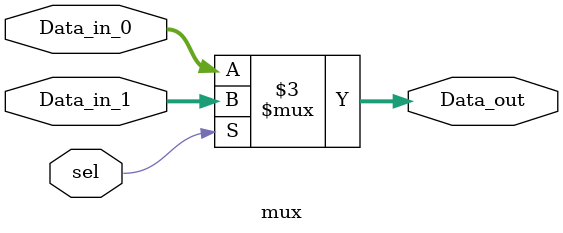
<source format=v>
module mux(
    Data_in_0,
    Data_in_1,
    sel,
    Data_out
    );
	 
    input [4:0] Data_in_0;
    input [4:0] Data_in_1;
    input sel;
    output reg [4:0] Data_out;

    always @(Data_in_0,Data_in_1,sel)
    begin
	case(sel)
		1'b1:
			begin
            			Data_out = Data_in_1;  
			end
		default
			begin
				 Data_out = Data_in_0;
			end
	endcase
  
    end
    
endmodule
</source>
